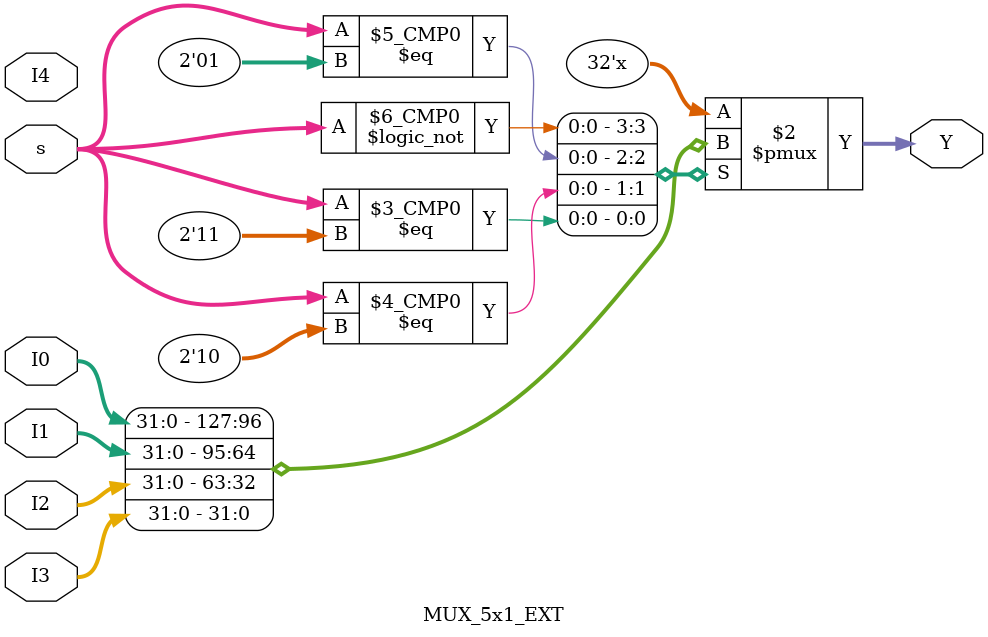
<source format=sv>
module EXTEND_UNIT 
(
	input [24:0] Instr,			// Range contaim Immediate [31:7]
	input [2:0] ImmSrc,			// Select which range contain Immediate
	output [31:0] ImmExt			// Output of full Immediate
);

/*

	|--------------------|-----------|-----------|-----------|-----------|-----------------------------------------------------------------|
	|	 	Description		| ImmSrc2	| ImmSrc1	|	ImmSrc0	|	  Type 	|										Imm Ext										|
	|--------------------|-----------|-----------|-----------|-----------|-----------------------------------------------------------------|
	|		12-bit signed	|		0		|		0		|		0		|		I		|					  {{20{Instr[31]}}, Instr[31:20]}						|
	|--------------------|-----------|-----------|-----------|-----------|-----------------------------------------------------------------|
	|		12-bit signed	|		0		|		0		|		1		|		S		|			{{20{Instr[31]}}, Instr[31:25], Instr[11:7]}					|
	|--------------------|-----------|-----------|-----------|-----------|-----------------------------------------------------------------|
	|		12-bit signed	|		0		|		1		|		0		|		B		|	{{20{Instr[31]}}, Instr[7], Instr[30:25], Instr[11:8], 1’b0}	|
	|--------------------|-----------|-----------|-----------|-----------|-----------------------------------------------------------------|
	|		21-bit signed 	|		0		|		1		|		1		|		J		|  {{12{Instr[31]}}, Instr[19:12], Instr[20], Instr[30:21], 1’b0} |
	|--------------------|-----------|-----------|-----------|-----------|-----------------------------------------------------------------|
	|		20-bit signed	|		1		|		0		|		0		|		I		|							  {Instr[31:12], 12'b0}								|
	|--------------------|-----------|-----------|-----------|-----------|-----------------------------------------------------------------|

*/
logic [31:0] I_Type, S_Type, B_Type, J_Type;

assign I_Type = {{20{Instr[24]}}, Instr[24:13]};
assign S_Type = {{20{Instr[24]}}, Instr[24:18], Instr[4:0]};
assign B_Type = {{20{Instr[24]}}, Instr[0], Instr[23:18], Instr[4:1], 1'b0};
assign J_Type = {{12{Instr[31]}}, Instr[19:12], Instr[20], Instr[30:21], 1'b0};
assign U_Type = {Instr[31:12], 12'b0};


MUX_4x1_EXT	MUX_4x1_EXT_1	(ImmSrc, I_Type, S_Type, B_Type, J_Type, U_Type, ImmExt);

endmodule 


//--------------------------------MUX 5x1------------------------------------

module MUX_5x1_EXT
(
	input [1:0] s,
	input [31:0] I0, I1, I2, I3, I4,
	output [31:0]Y
);

    always @(*) begin
        case (s)
            3'b000: Y = I0;  // I-Type
            3'b001: Y = I1;  // S-Type
            3'b010: Y = I2;  // B-Type
				3'b011: Y = I3;  // J-Type
				3'b100: Y = I4;  // U-Type
            default: Y = 32'b0; // Default (invalid case)
        endcase
    end	
endmodule

</source>
